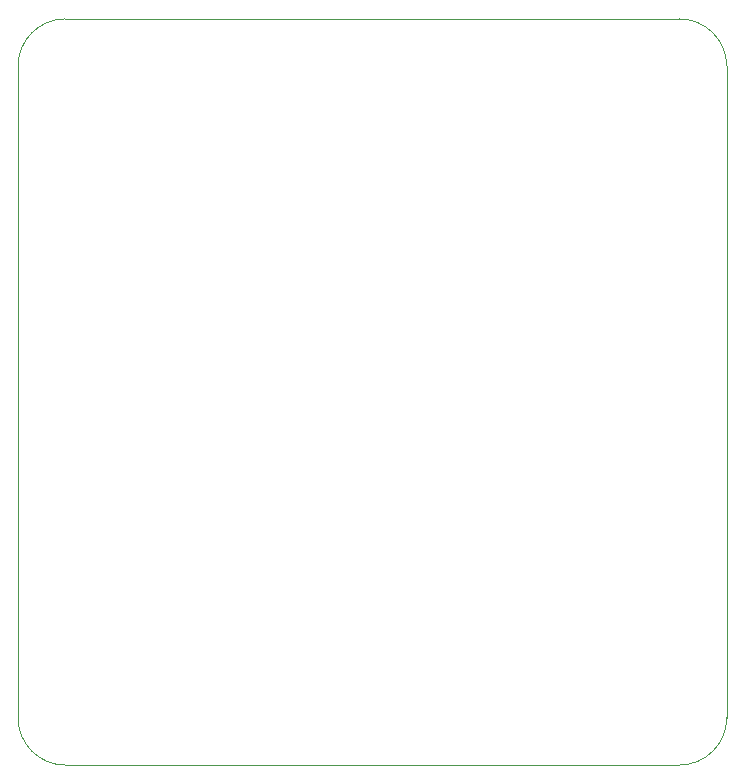
<source format=gbr>
%TF.GenerationSoftware,KiCad,Pcbnew,7.0.8*%
%TF.CreationDate,2023-11-12T18:28:25-08:00*%
%TF.ProjectId,Water Meter Analog - R1,57617465-7220-44d6-9574-657220416e61,rev?*%
%TF.SameCoordinates,Original*%
%TF.FileFunction,Profile,NP*%
%FSLAX46Y46*%
G04 Gerber Fmt 4.6, Leading zero omitted, Abs format (unit mm)*
G04 Created by KiCad (PCBNEW 7.0.8) date 2023-11-12 18:28:25*
%MOMM*%
%LPD*%
G01*
G04 APERTURE LIST*
%TA.AperFunction,Profile*%
%ADD10C,0.050000*%
%TD*%
G04 APERTURE END LIST*
D10*
X4000000Y33828427D02*
X56000000Y33828427D01*
X-3Y37828427D02*
G75*
G03*
X4000000Y33828427I4000003J3D01*
G01*
X60000000Y93000000D02*
G75*
G03*
X56000000Y97000000I-4000000J0D01*
G01*
X56000000Y97000000D02*
X4000000Y97000000D01*
X4000000Y97000000D02*
G75*
G03*
X0Y93000000I0J-4000000D01*
G01*
X56000000Y33828430D02*
G75*
G03*
X60000000Y37828427I0J4000000D01*
G01*
X60000000Y37828427D02*
X60000000Y93000000D01*
X0Y93000000D02*
X0Y37828427D01*
M02*

</source>
